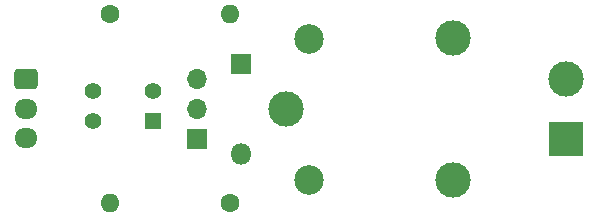
<source format=gbr>
%TF.GenerationSoftware,KiCad,Pcbnew,8.0.5*%
%TF.CreationDate,2024-12-15T17:36:27-06:00*%
%TF.ProjectId,Relay_Boards.V1,52656c61-795f-4426-9f61-7264732e5631,rev?*%
%TF.SameCoordinates,Original*%
%TF.FileFunction,Soldermask,Bot*%
%TF.FilePolarity,Negative*%
%FSLAX46Y46*%
G04 Gerber Fmt 4.6, Leading zero omitted, Abs format (unit mm)*
G04 Created by KiCad (PCBNEW 8.0.5) date 2024-12-15 17:36:27*
%MOMM*%
%LPD*%
G01*
G04 APERTURE LIST*
G04 Aperture macros list*
%AMRoundRect*
0 Rectangle with rounded corners*
0 $1 Rounding radius*
0 $2 $3 $4 $5 $6 $7 $8 $9 X,Y pos of 4 corners*
0 Add a 4 corners polygon primitive as box body*
4,1,4,$2,$3,$4,$5,$6,$7,$8,$9,$2,$3,0*
0 Add four circle primitives for the rounded corners*
1,1,$1+$1,$2,$3*
1,1,$1+$1,$4,$5*
1,1,$1+$1,$6,$7*
1,1,$1+$1,$8,$9*
0 Add four rect primitives between the rounded corners*
20,1,$1+$1,$2,$3,$4,$5,0*
20,1,$1+$1,$4,$5,$6,$7,0*
20,1,$1+$1,$6,$7,$8,$9,0*
20,1,$1+$1,$8,$9,$2,$3,0*%
G04 Aperture macros list end*
%ADD10R,1.800000X1.800000*%
%ADD11O,1.800000X1.800000*%
%ADD12RoundRect,0.250000X-0.725000X0.600000X-0.725000X-0.600000X0.725000X-0.600000X0.725000X0.600000X0*%
%ADD13O,1.950000X1.700000*%
%ADD14C,3.000000*%
%ADD15C,2.500000*%
%ADD16R,1.400000X1.400000*%
%ADD17C,1.400000*%
%ADD18C,1.600000*%
%ADD19O,1.600000X1.600000*%
%ADD20R,3.000000X3.000000*%
%ADD21R,1.700000X1.700000*%
%ADD22O,1.700000X1.700000*%
G04 APERTURE END LIST*
D10*
%TO.C,D4*%
X107750000Y-86440000D03*
D11*
X107750000Y-94060000D03*
%TD*%
D12*
%TO.C,J9*%
X89500000Y-87750000D03*
D13*
X89500000Y-90250000D03*
X89500000Y-92750000D03*
%TD*%
D14*
%TO.C,K2*%
X111500000Y-90250000D03*
D15*
X113450000Y-96300000D03*
D14*
X125650000Y-96300000D03*
X125700000Y-84250000D03*
D15*
X113450000Y-84300000D03*
%TD*%
D16*
%TO.C,U2*%
X100290000Y-91250000D03*
D17*
X100290000Y-88710000D03*
X95210000Y-88710000D03*
X95210000Y-91250000D03*
%TD*%
D18*
%TO.C,R8*%
X106830000Y-98250000D03*
D19*
X96670000Y-98250000D03*
%TD*%
D20*
%TO.C,J1-RIGHT_LIGHT_OUTPUT2*%
X135250000Y-92790000D03*
D14*
X135250000Y-87710000D03*
%TD*%
D21*
%TO.C,Q7*%
X104000000Y-92790000D03*
D22*
X104000000Y-90250000D03*
X104000000Y-87710000D03*
%TD*%
D18*
%TO.C,R4*%
X96670000Y-82250000D03*
D19*
X106830000Y-82250000D03*
%TD*%
M02*

</source>
